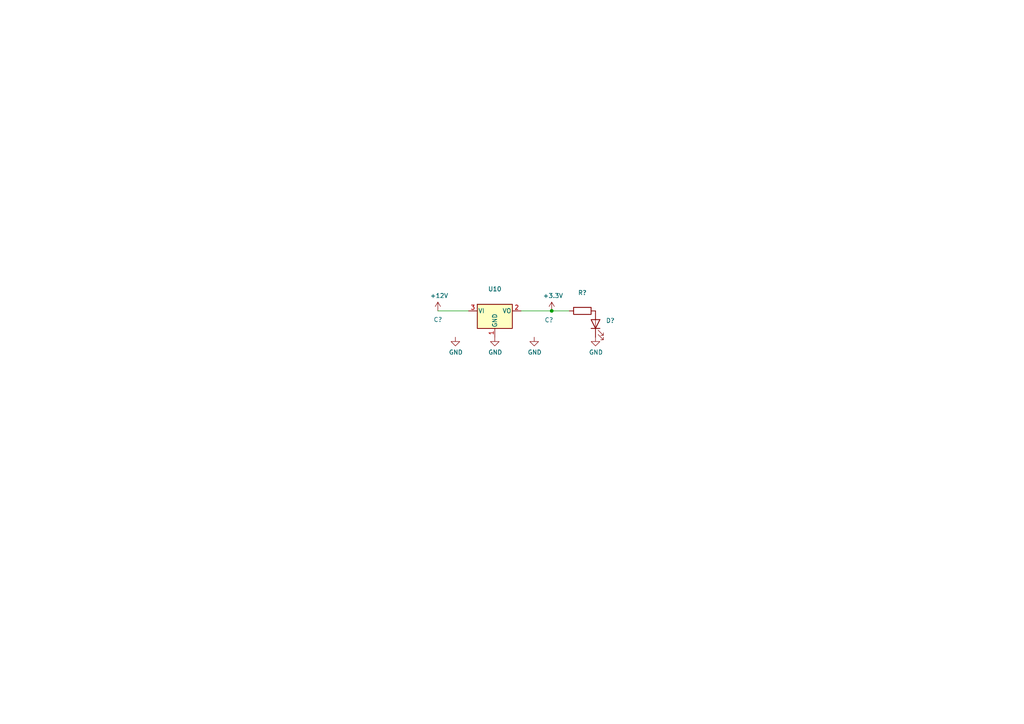
<source format=kicad_sch>
(kicad_sch (version 20211123) (generator eeschema)
  (paper "A4")
  (title_block (title "SDCL - Power") (date "2021-12-16") (rev "v1.0") (company "FaSTTUBe - Formula Student Team TU Berlin") (comment 1 "Car 113") (comment 2 "EBS Electronics") (comment 3 "LDO regulator power supply"))
  (lib_symbols
    (symbol "Device:LED" (pin_numbers hide) (pin_names (offset 1.016) hide)
      (property "Reference" "D" (at 0 2.54 0))
      (property "Value" "LED" (at 0 -2.54 0))
      (symbol "LED_0_1"
        (polyline (pts (xy -1.27 -1.27) (xy -1.27 1.27)) (stroke (width 0.254)))
        (polyline (pts (xy -1.27 0) (xy 1.27 0)))
        (polyline (pts (xy 1.27 -1.27) (xy 1.27 1.27) (xy -1.27 0) (xy 1.27 -1.27)) (stroke (width 0.254)))
        (polyline (pts (xy -3.048 -0.762) (xy -4.572 -2.286) (xy -3.81 -2.286) (xy -4.572 -2.286) (xy -4.572 -1.524)))
        (polyline (pts (xy -1.778 -0.762) (xy -3.302 -2.286) (xy -2.54 -2.286) (xy -3.302 -2.286) (xy -3.302 -1.524)))
      )
      (symbol "LED_1_1"
        (pin passive line (at -3.81 0 0) (length 2.54) (name "K") (number "1"))
        (pin passive line (at 3.81 0 180) (length 2.54) (name "A") (number "2"))
      )
    )
    (symbol "Device:R" (pin_numbers hide) (pin_names (offset 0))
      (property "Reference" "R" (at 2.032 0 90))
      (property "Value" "R" (at 0 0 90))
      (symbol "R_0_1"
        (rectangle (start -1.016 -2.54) (end 1.016 2.54) (stroke (width 0.254)))
      )
      (symbol "R_1_1"
        (pin passive line (at 0 3.81 270) (length 1.27) (name "~") (number "1"))
        (pin passive line (at 0 -3.81 90) (length 1.27) (name "~") (number "2"))
      )
    )
    (symbol "Regulator_Linear:AZ1117-3.3" (pin_names (offset 0.254))
      (property "Reference" "U" (at -3.81 3.175 0))
      (property "Value" "AZ1117-3.3" (at 0 3.175 0))
      (symbol "AZ1117-3.3_0_1"
        (rectangle (start -5.08 1.905) (end 5.08 -5.08) (stroke (width 0.254)) (fill (type background)))
      )
      (symbol "AZ1117-3.3_1_1"
        (pin power_in line (at 0 -7.62 90) (length 2.54) (name "GND") (number "1"))
        (pin power_out line (at 7.62 0 180) (length 2.54) (name "VO") (number "2"))
        (pin power_in line (at -7.62 0 0) (length 2.54) (name "VI") (number "3"))
      )
    )
    (symbol "power:+12V" (power) (pin_names (offset 0))
      (property "Value" "+12V" (at 0 3.556 0))
      (symbol "+12V_0_1"
        (polyline (pts (xy -0.762 1.27) (xy 0 2.54)))
        (polyline (pts (xy 0 0) (xy 0 2.54)))
        (polyline (pts (xy 0 2.54) (xy 0.762 1.27)))
      )
      (symbol "+12V_1_1"
        (pin power_in line (at 0 0 90) (length 0) hide (name "+12V") (number "1"))
      )
    )
    (symbol "power:+3.3V" (power) (pin_names (offset 0))
      (property "Value" "+3.3V" (at 0 3.556 0))
      (symbol "+3.3V_0_1"
        (polyline (pts (xy -0.762 1.27) (xy 0 2.54)))
        (polyline (pts (xy 0 0) (xy 0 2.54)))
        (polyline (pts (xy 0 2.54) (xy 0.762 1.27)))
      )
      (symbol "+3.3V_1_1"
        (pin power_in line (at 0 0 90) (length 0) hide (name "+3.3V") (number "1"))
      )
    )
    (symbol "power:GND" (power) (pin_names (offset 0))
      (property "Value" "GND" (at 0 -3.81 0))
      (symbol "GND_0_1"
        (polyline (pts (xy 0 0) (xy 0 -1.27) (xy 1.27 -1.27) (xy 0 -2.54) (xy -1.27 -1.27) (xy 0 -1.27)))
      )
      (symbol "GND_1_1"
        (pin power_in line (at 0 0 270) (length 0) hide (name "GND") (number "1"))
      )
    )
  )
  (junction (at 160.02 90.17))
  (wire (pts (xy 165.1 90.17) (xy 160.02 90.17)))
  (wire (pts (xy 127 90.17) (xy 135.89 90.17)))
  (wire (pts (xy 151.13 90.17) (xy 160.02 90.17)))
  (symbol (lib_id "power:+12V") (at 127 90.17 0) (unit 1)
    (property "Reference" "#PWR?" (effects hide))
  )
  (symbol (lib_id "power:+3.3V") (at 160.02 90.17 0) (unit 1)
    (property "Reference" "#PWR?" (effects hide))
  )
  (symbol (lib_id "power:GND") (at 143.51 97.79 0) (unit 1)
    (property "Reference" "#PWR?" (effects hide))
  )
  (symbol (lib_id "Device:CP") (at 132.08 93.98 0) (unit 1)
    (property "Reference" "C?" (at 125.73 92.71 0) (effects (justify left)))
  )
  (symbol (lib_id "Device:CP") (at 154.94 93.98 0) (unit 1)
    (property "Reference" "C?" (at 157.9372 92.8116 0) (effects (justify left)))
  )
  (symbol (lib_id "power:GND") (at 132.08 97.79 0) (unit 1)
    (property "Reference" "#PWR?" (effects hide))
  )
  (symbol (lib_id "power:GND") (at 154.94 97.79 0) (unit 1)
    (property "Reference" "#PWR?" (effects hide))
  )
  (symbol (lib_id "Regulator_Linear:AZ1117-3.3") (at 143.51 90.17 0) (unit 1)
    (property "Reference" "U10" (at 143.51 83.82 0))
    (property "Datasheet" "https://www.diodes.com/assets/Datasheets/AZ1117.pdf" (effects hide))
  )
  (symbol (lib_id "Device:LED") (at 172.72 93.98 90) (unit 1)
    (property "Reference" "D?" (at 175.7172 92.9894 90) (effects (justify right)))
  )
  (symbol (lib_id "Device:R") (at 168.91 90.17 90) (unit 1)
    (property "Reference" "R?" (at 168.91 84.9122 90))
  )
  (symbol (lib_id "power:GND") (at 172.72 97.79 0) (unit 1)
    (property "Reference" "#PWR?" (effects hide))
  )
)
</source>
